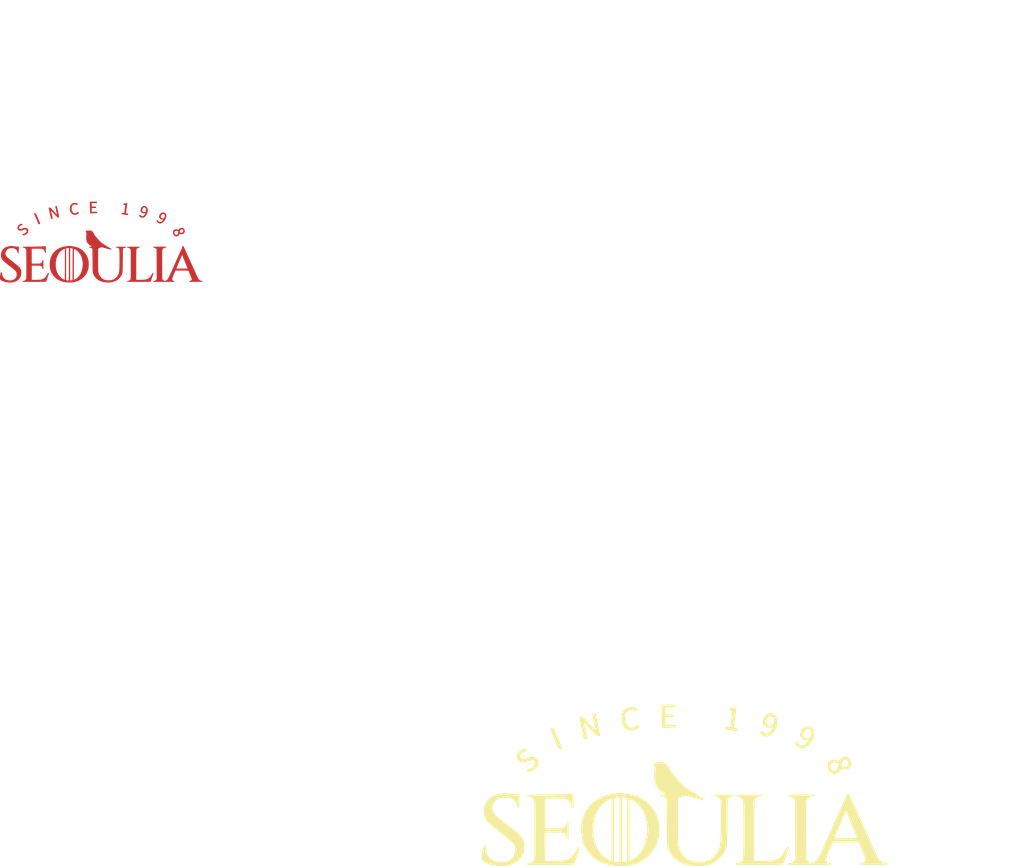
<source format=kicad_pcb>
(kicad_pcb (version 20211014) (generator pcbnew)
  (layers (0 "F.Cu" signal) (31 "B.Cu" signal) (34 "B.Paste" user) (35 "F.Paste" user) (36 "B.SilkS" user "B.Silkscreen") (37 "F.SilkS" user "F.Silkscreen") (38 "B.Mask" user) (39 "F.Mask" user) (44 "Edge.Cuts" user))
  (net 0 "")
  (footprint "1_KJC_Library:KJC_logo_30" (layer "F.Cu") (at 198.12 99.06)
    (fp_text reference "G***" hide)
    (fp_text value "LOGO" hide)
  )
  (footprint "1_KJC_Library:KJC_logo_15" (layer "F.Cu") (at 163.83 66.04)
    (fp_text reference "G***" hide)
    (fp_text value "LOGO" hide)
    (fp_poly (pts (xy 3.859574 -2.680565) (xy 3.88168 -2.669253) (xy 3.936792 -2.618066) (xy 3.968002 -2.553687) (xy 3.975162 -2.477344) (xy 3.958127 -2.390266) (xy 3.924662 -2.309022) (xy 3.866318 -2.211151) (xy 3.800821 -2.134405) (xy 3.730351 -2.080022) (xy 3.657089 -2.049244) (xy 3.583215 -2.043311) (xy 3.510912 -2.063462) (xy 3.501315 -2.068288) (xy 3.463001 -2.095757) (xy 3.42811 -2.132544) (xy 3.402724 -2.170806) (xy 3.39292 -2.202696) (xy 3.393361 -2.207601) (xy 3.406396 -2.22559) (xy 3.430836 -2.237707) (xy 3.456269 -2.241327) (xy 3.472286 -2.233823) (xy 3.473742 -2.227872) (xy 3.482964 -2.205546) (xy 3.505938 -2.175416) (xy 3.514358 -2.166546) (xy 3.563134 -2.133806) (xy 3.616254 -2.128254) (xy 3.673051 -2.149742) (xy 3.732858 -2.198125) (xy 3.752302 -2.219011) (xy 3.798773 -2.271827) (xy 3.71831 -2.279047) (xy 3.668849 -2.285643) (xy 3.635339 -2.298048) (xy 3.605943 -2.321715) (xy 3.590531 -2.337897) (xy 3.559264 -2.377918) (xy 3.545464 -2.415112) (xy 3.543216 -2.446) (xy 3.544038 -2.450734) (xy 3.642041 -2.450734) (xy 3.648945 -2.402413) (xy 3.679121 -2.364322) (xy 3.692764 -2.355418) (xy 3.73692 -2.3416) (xy 3.785482 -2.342196) (xy 3.827243 -2.356005) (xy 3.845671 -2.371819) (xy 3.871258 -2.424342) (xy 3.882064 -2.484802) (xy 3.875712 -2.539593) (xy 3.875221 -2.541036) (xy 3.84792 -2.587272) (xy 3.809449 -2.61016) (xy 3.764605 -2.609095) (xy 3.718185 -2.583475) (xy 3.697701 -2.563367) (xy 3.658322 -2.505611) (xy 3.642041 -2.450734) (xy 3.544038 -2.450734) (xy 3.556109 -2.520271) (xy 3.591428 -2.590606) (xy 3.644137 -2.648828) (xy 3.68495 -2.676102) (xy 3.73934 -2.692394) (xy 3.801886 -2.693731)) (layer "F.Cu") (width 0) (fill solid))
    (fp_poly (pts (xy -0.125055 -3.251423) (xy -0.430744 -3.251423) (xy -0.430744 -3.042998) (xy -0.180635 -3.042998) (xy -0.180635 -2.959628) (xy -0.430744 -2.959628) (xy -0.430744 -2.737309) (xy -0.11116 -2.737309) (xy -0.11116 -2.653939) (xy -0.246636 -2.653818) (xy -0.315053 -2.652853) (xy -0.381982 -2.650379) (xy -0.436517 -2.646852) (xy -0.452807 -2.645202) (xy -0.523503 -2.636707) (xy -0.532703 -2.890712) (xy -0.535742 -2.979953) (xy -0.538357 -3.066993) (xy -0.54037 -3.14503) (xy -0.541601 -3.207262) (xy -0.541904 -3.239755) (xy -0.541904 -3.334792) (xy -0.125055 -3.334792)) (layer "F.Cu") (width 0) (fill solid))
    (fp_poly (pts (xy 1.659341 -3.248502) (xy 1.662944 -3.246611) (xy 1.664126 -3.230394) (xy 1.661622 -3.190838) (xy 1.655856 -3.132089) (xy 1.647252 -3.058292) (xy 1.636236 -2.973594) (xy 1.631538 -2.939649) (xy 1.589814 -2.643006) (xy 1.650134 -2.636207) (xy 1.69369 -2.630083) (xy 1.715148 -2.621163) (xy 1.720119 -2.604528) (xy 1.715198 -2.579156) (xy 1.711271 -2.563881) (xy 1.705589 -2.553526) (xy 1.693909 -2.547931) (xy 1.671985 -2.546936) (xy 1.635573 -2.550382) (xy 1.580428 -2.558108) (xy 1.502307 -2.569955) (xy 1.496104 -2.570898) (xy 1.431994 -2.580961) (xy 1.378777 -2.58991) (xy 1.341979 -2.596776) (xy 1.327126 -2.600587) (xy 1.327117 -2.600596) (xy 1.326055 -2.616083) (xy 1.329803 -2.64345) (xy 1.335563 -2.66541) (xy 1.346881 -2.675655) (xy 1.371385 -2.676995) (xy 1.410099 -2.673018) (xy 1.483068 -2.664442) (xy 1.498431 -2.773824) (xy 1.513516 -2.881588) (xy 1.524956 -2.965086) (xy 1.533005 -3.027568) (xy 1.537919 -3.072284) (xy 1.539953 -3.102483) (xy 1.539361 -3.121415) (xy 1.536398 -3.132329) (xy 1.531319 -3.138475) (xy 1.527252 -3.141295) (xy 1.498925 -3.150812) (xy 1.469393 -3.153945) (xy 1.438902 -3.161635) (xy 1.432321 -3.183231) (xy 1.442351 -3.205804) (xy 1.460509 -3.216232) (xy 1.497216 -3.227434) (xy 1.543963 -3.237836) (xy 1.592239 -3.245864) (xy 1.633535 -3.249944)) (layer "F.Cu") (width 0) (fill solid))
    (fp_poly (pts (xy 4.984582 -0.703865) (xy 4.99368 -0.686007) (xy 5.012423 -0.646586) (xy 5.039072 -0.589391) (xy 5.071888 -0.518214) (xy 5.109133 -0.436841) (xy 5.149069 -0.349064) (xy 5.189956 -0.25867) (xy 5.230056 -0.16945) (xy 5.240592 -0.145897) (xy 5.26912 -0.082338) (xy 5.297586 -0.01939) (xy 5.321341 0.032681) (xy 5.328699 0.048632) (xy 5.37694 0.152887) (xy 5.416455 0.238927) (xy 5.45039 0.313663) (xy 5.481892 0.384007) (xy 5.501116 0.427393) (xy 5.531521 0.495723) (xy 5.564334 0.568641) (xy 5.593548 0.632815) (xy 5.599672 0.646116) (xy 5.627391 0.706674) (xy 5.660075 0.778871) (xy 5.691485 0.848911) (xy 5.697083 0.861488) (xy 5.747162 0.973265) (xy 5.788027 1.062283) (xy 5.82111 1.131453) (xy 5.847844 1.183685) (xy 5.869663 1.221888) (xy 5.887706 1.248585) (xy 5.93664 1.294548) (xy 6.0005 1.329236) (xy 6.067279 1.346585) (xy 6.08354 1.347506) (xy 6.115247 1.35086) (xy 6.1257 1.362747) (xy 6.125041 1.372128) (xy 6.121708 1.379549) (xy 6.112803 1.385371) (xy 6.095175 1.389839) (xy 6.065677 1.393196) (xy 6.021158 1.395688) (xy 5.95847 1.397557) (xy 5.874463 1.399048) (xy 5.765988 1.400405) (xy 5.75928 1.40048) (xy 5.659311 1.401264) (xy 5.566345 1.401364) (xy 5.484677 1.400825) (xy 5.418602 1.399692) (xy 5.372415 1.39801) (xy 5.352144 1.396209) (xy 5.319718 1.38522) (xy 5.313101 1.370958) (xy 5.331105 1.356734) (xy 5.370083 1.346249) (xy 5.418259 1.328376) (xy 5.455223 1.296136) (xy 5.473525 1.256585) (xy 5.474308 1.247551) (xy 5.469121 1.226538) (xy 5.453926 1.182252) (xy 5.429605 1.116986) (xy 5.397041 1.033034) (xy 5.357117 0.932689) (xy 5.310715 0.818245) (xy 5.284269 0.753802) (xy 5.275498 0.748401) (xy 5.252531 0.744152) (xy 5.212959 0.740948) (xy 5.154373 0.738685) (xy 5.074363 0.737254) (xy 4.97052 0.736551) (xy 4.890478 0.736433) (xy 4.503842 0.736433) (xy 4.494412 0.767697) (xy 4.481858 0.803498) (xy 4.466821 0.840645) (xy 4.454052 0.870165) (xy 4.43339 0.918162) (xy 4.407876 0.977563) (xy 4.384997 1.030921) (xy 4.347128 1.127978) (xy 4.326038 1.204617) (xy 4.321845 1.262665) (xy 4.334671 1.303947) (xy 4.364633 1.330291) (xy 4.405451 1.342595) (xy 4.44947 1.353788) (xy 4.470269 1.368598) (xy 4.465889 1.385247) (xy 4.458591 1.390837) (xy 4.441559 1.393078) (xy 4.400191 1.395091) (xy 4.33794 1.396868) (xy 4.25826 1.398399) (xy 4.164602 1.399674) (xy 4.06042 1.400685) (xy 3.949167 1.401423) (xy 3.834296 1.401878) (xy 3.719261 1.402041) (xy 3.607513 1.401903) (xy 3.502506 1.401455) (xy 3.407694 1.400688) (xy 3.326529 1.399591) (xy 3.262463 1.398157) (xy 3.218951 1.396376) (xy 3.199445 1.394239) (xy 3.199316 1.394189) (xy 3.183369 1.375848) (xy 3.181947 1.367496) (xy 3.192478 1.353666) (xy 3.226094 1.348054) (xy 3.239162 1.347812) (xy 3.277645 1.344268) (xy 3.309022 1.330048) (xy 3.344353 1.29977) (xy 3.350625 1.293563) (xy 3.404873 1.239315) (xy 3.397319 -0.530299) (xy 3.353042 -0.569855) (xy 3.292745 -0.606228) (xy 3.244661 -0.619025) (xy 3.204136 -0.627644) (xy 3.186371 -0.639242) (xy 3.184911 -0.651272) (xy 3.188652 -0.658026) (xy 3.198989 -0.663381) (xy 3.218932 -0.66754) (xy 3.251493 -0.670707) (xy 3.299683 -0.673088) (xy 3.366512 -0.674886) (xy 3.454991 -0.676305) (xy 3.568132 -0.677549) (xy 3.573095 -0.677597) (xy 3.687684 -0.678542) (xy 3.777508 -0.678824) (xy 3.845586 -0.678306) (xy 3.894939 -0.676849) (xy 3.928587 -0.674316) (xy 3.949549 -0.670569) (xy 3.960845 -0.66547) (xy 3.965209 -0.659702) (xy 3.967885 -0.645186) (xy 3.958802 -0.635246) (xy 3.932681 -0.627171) (xy 3.884631 -0.618313) (xy 3.82245 -0.594703) (xy 3.772029 -0.550048) (xy 3.739197 -0.490453) (xy 3.731303 -0.457697) (xy 3.729743 -0.43272) (xy 3.728412 -0.382633) (xy 3.727325 -0.310112) (xy 3.726495 -0.217836) (xy 3.725938 -0.108482) (xy 3.725668 0.015271) (xy 3.725699 0.150746) (xy 3.726046 0.295265) (xy 3.726583 0.420099) (xy 3.730798 1.236205) (xy 3.782901 1.2883) (xy 3.818722 1.320334) (xy 3.849258 1.335468) (xy 3.885911 1.339018) (xy 3.891415 1.338915) (xy 3.933965 1.332482) (xy 3.973895 1.313998) (xy 4.012951 1.281187) (xy 4.052878 1.231775) (xy 4.095422 1.163486) (xy 4.142328 1.074046) (xy 4.195342 0.961178) (xy 4.215066 0.917068) (xy 4.231776 0.879684) (xy 4.255043 0.828073) (xy 4.279882 0.773291) (xy 4.280319 0.772331) (xy 4.300295 0.728069) (xy 4.328732 0.66459) (xy 4.352473 0.611378) (xy 4.569571 0.611378) (xy 4.897039 0.611378) (xy 4.989105 0.61108) (xy 5.071163 0.610243) (xy 5.139381 0.608953) (xy 5.189929 0.607297) (xy 5.218973 0.60536) (xy 5.224507 0.604012) (xy 5.219609 0.58865) (xy 5.206899 0.55512) (xy 5.189361 0.510865) (xy 5.169973 0.463327) (xy 5.151718 0.419947) (xy 5.141193 0.396006) (xy 5.132461 0.375125) (xy 5.115266 0.332668) (xy 5.09132 0.272916) (xy 5.062338 0.200152) (xy 5.030035 0.118657) (xy 5.020234 0.093859) (xy 4.987768 0.012695) (xy 4.958328 -0.058946) (xy 4.93353 -0.117294) (xy 4.914988 -0.158578) (xy 4.904314 -0.179029) (xy 4.902746 -0.180567) (xy 4.893666 -0.168669) (xy 4.877394 -0.136904) (xy 4.85691 -0.091265) (xy 4.849225 -0.072949) (xy 4.822344 -0.008119) (xy 4.790442 0.068274) (xy 4.759374 0.142221) (xy 4.751955 0.159792) (xy 4.703286 0.275044) (xy 4.664444 0.367383) (xy 4.634341 0.43945) (xy 4.611889 0.493889) (xy 4.595998 0.533341) (xy 4.585582 0.56045) (xy 4.579552 0.577858) (xy 4.578863 0.580115) (xy 4.569571 0.611378) (xy 4.352473 0.611378) (xy 4.36286 0.588096) (xy 4.399911 0.504792) (xy 4.432236 0.431904) (xy 4.506717 0.263981) (xy 4.577233 0.105518) (xy 4.642918 -0.041566) (xy 4.702909 -0.175356) (xy 4.756341 -0.293934) (xy 4.802349 -0.395385) (xy 4.84007 -0.477792) (xy 4.868638 -0.539237) (xy 4.88719 -0.577806) (xy 4.891054 -0.585352) (xy 4.901767 -0.614241) (xy 4.911624 -0.653891) (xy 4.912227 -0.657022) (xy 4.926111 -0.69229) (xy 4.947957 -0.713262) (xy 4.971116 -0.715632)) (layer "F.Cu") (width 0) (fill solid))
    (fp_poly (pts (xy -0.517529 -1.630883) (xy -0.479687 -1.626139) (xy -0.45115 -1.617539) (xy -0.427311 -1.604555) (xy -0.407688 -1.589989) (xy -0.369311 -1.550996) (xy -0.333549 -1.501378) (xy -0.321095 -1.47883) (xy -0.299234 -1.434121) (xy -0.280053 -1.395484) (xy -0.272463 -1.380521) (xy -0.255598 -1.355473) (xy -0.223477 -1.31424) (xy -0.179707 -1.261045) (xy -0.127895 -1.200108) (xy -0.07165 -1.135653) (xy -0.014579 -1.071899) (xy 0.03971 -1.01307) (xy 0.058281 -0.99349) (xy 0.093729 -0.958261) (xy 0.131699 -0.924904) (xy 0.176152 -0.890605) (xy 0.231052 -0.85255) (xy 0.30036 -0.807924) (xy 0.388039 -0.753913) (xy 0.438347 -0.723506) (xy 0.535279 -0.664724) (xy 0.61028 -0.618032) (xy 0.66557 -0.581767) (xy 0.703367 -0.554267) (xy 0.725889 -0.533871) (xy 0.735355 -0.518914) (xy 0.733984 -0.507735) (xy 0.731088 -0.504137) (xy 0.714284 -0.503746) (xy 0.675004 -0.510259) (xy 0.617412 -0.522673) (xy 0.545672 -0.539985) (xy 0.463949 -0.561193) (xy 0.376408 -0.585294) (xy 0.292032 -0.609841) (xy 0.225526 -0.627926) (xy 0.174619 -0.638072) (xy 0.143825 -0.639446) (xy 0.139187 -0.638024) (xy 0.112007 -0.628497) (xy 0.072199 -0.619489) (xy 0.064448 -0.618165) (xy 0.01951 -0.603603) (xy -0.019075 -0.579478) (xy -0.022395 -0.576352) (xy -0.05558 -0.543167) (xy -0.05558 0.101028) (xy -0.055236 0.265283) (xy -0.054228 0.412288) (xy -0.052593 0.540279) (xy -0.050366 0.647487) (xy -0.047585 0.732147) (xy -0.044286 0.792492) (xy -0.040645 0.826015) (xy -0.00743 0.939468) (xy 0.046974 1.045304) (xy 0.118793 1.138452) (xy 0.204257 1.21384) (xy 0.280928 1.258419) (xy 0.323356 1.276379) (xy 0.362296 1.288453) (xy 0.405755 1.296094) (xy 0.461741 1.300754) (xy 0.529991 1.30362) (xy 0.615595 1.304991) (xy 0.681304 1.302239) (xy 0.734783 1.294796) (xy 0.772015 1.285637) (xy 0.886627 1.238215) (xy 0.987866 1.167745) (xy 1.072314 1.077121) (xy 1.130672 0.981677) (xy 1.148744 0.940418) (xy 1.163911 0.895304) (xy 1.176409 0.843656) (xy 1.186471 0.782797) (xy 1.19433 0.710046) (xy 1.200222 0.622725) (xy 1.204378 0.518156) (xy 1.207035 0.393659) (xy 1.208424 0.246557) (xy 1.208784 0.086993) (xy 1.208391 -0.05827) (xy 1.207288 -0.187528) (xy 1.205524 -0.298689) (xy 1.20315 -0.389661) (xy 1.200215 -0.458353) (xy 1.19677 -0.502673) (xy 1.194349 -0.517178) (xy 1.172151 -0.565581) (xy 1.134519 -0.597452) (xy 1.07673 -0.616215) (xy 1.052389 -0.620119) (xy 1.010708 -0.627951) (xy 0.991721 -0.638623) (xy 0.989549 -0.651467) (xy 0.993622 -0.658856) (xy 1.004866 -0.664443) (xy 1.026654 -0.668473) (xy 1.06236 -0.671189) (xy 1.11536 -0.672837) (xy 1.189025 -0.67366) (xy 1.286732 -0.673904) (xy 1.299179 -0.673906) (xy 1.399756 -0.673711) (xy 1.475918 -0.672964) (xy 1.531041 -0.67142) (xy 1.568497 -0.668834) (xy 1.59166 -0.664962) (xy 1.603906 -0.65956) (xy 1.608607 -0.652382) (xy 1.608809 -0.651467) (xy 1.604715 -0.636407) (xy 1.581985 -0.626258) (xy 1.546472 -0.619881) (xy 1.498438 -0.608693) (xy 1.456528 -0.591386) (xy 1.445076 -0.584072) (xy 1.410339 -0.557412) (xy 1.403193 0.134669) (xy 1.401533 0.291596) (xy 1.399989 0.423319) (xy 1.398437 0.532425) (xy 1.396749 0.621499) (xy 1.394803 0.693128) (xy 1.392472 0.749897) (xy 1.389632 0.794393) (xy 1.386158 0.829199) (xy 1.381923 0.856904) (xy 1.376804 0.880092) (xy 1.370675 0.901349) (xy 1.365314 0.917657) (xy 1.307446 1.047582) (xy 1.228036 1.160766) (xy 1.128464 1.256181) (xy 1.010111 1.332794) (xy 0.874359 1.389577) (xy 0.722588 1.425499) (xy 0.67609 1.431831) (xy 0.616892 1.438216) (xy 0.5694 1.441719) (xy 0.524941 1.442297) (xy 0.474845 1.439913) (xy 0.41044 1.434524) (xy 0.3671 1.430394) (xy 0.215105 1.403728) (xy 0.073112 1.355126) (xy -0.054872 1.28637) (xy -0.164841 1.199242) (xy -0.174773 1.189507) (xy -0.233795 1.125066) (xy -0.279613 1.060576) (xy -0.318083 0.986565) (xy -0.351314 0.903841) (xy -0.357777 0.884993) (xy -0.363216 0.864949) (xy -0.367748 0.841157) (xy -0.371486 0.811067) (xy -0.374547 0.772125) (xy -0.377045 0.721782) (xy -0.379096 0.657484) (xy -0.380814 0.576681) (xy -0.382314 0.47682) (xy -0.383712 0.35535) (xy -0.385123 0.20972) (xy -0.38575 0.140379) (xy -0.391884 -0.545992) (xy -0.423929 -0.578037) (xy -0.470011 -0.605924) (xy -0.527386 -0.619555) (xy -0.570684 -0.627382) (xy -0.591299 -0.637534) (xy -0.594543 -0.651467) (xy -0.584442 -0.665128) (xy -0.557043 -0.674244) (xy -0.507332 -0.680404) (xy -0.501768 -0.680854) (xy -0.413248 -0.687801) (xy -0.474102 -0.717628) (xy -0.574164 -0.781519) (xy -0.655415 -0.864733) (xy -0.71546 -0.964363) (xy -0.744422 -1.045402) (xy -0.757721 -1.120909) (xy -0.763293 -1.210642) (xy -0.760944 -1.302077) (xy -0.750475 -1.382688) (xy -0.74977 -1.386048) (xy -0.742442 -1.433307) (xy -0.746306 -1.470739) (xy -0.763079 -1.514641) (xy -0.76336 -1.515261) (xy -0.784874 -1.567406) (xy -0.791093 -1.600161) (xy -0.780771 -1.618112) (xy -0.752665 -1.625847) (xy -0.73296 -1.627257) (xy -0.639558 -1.630914) (xy -0.569283 -1.632298)) (layer "F.Cu") (width 0) (fill solid))
    (fp_poly (pts (xy -1.368502 -3.259414) (xy -1.308456 -3.238716) (xy -1.269542 -3.216688) (xy -1.253736 -3.198562) (xy -1.258432 -3.1777) (xy -1.275346 -3.154401) (xy -1.300145 -3.123776) (xy -1.351992 -3.154366) (xy -1.412196 -3.175415) (xy -1.473079 -3.170932) (xy -1.529912 -3.142644) (xy -1.577967 -3.092275) (xy -1.5938 -3.066087) (xy -1.609632 -3.015926) (xy -1.616306 -2.950188) (xy -1.613865 -2.87952) (xy -1.602357 -2.814567) (xy -1.592609 -2.786131) (xy -1.551849 -2.717476) (xy -1.500515 -2.671621) (xy -1.442235 -2.649541) (xy -1.380639 -2.652209) (xy -1.319353 -2.6806) (xy -1.289898 -2.704808) (xy -1.250734 -2.742329) (xy -1.215826 -2.709534) (xy -1.180917 -2.676738) (xy -1.212258 -2.642663) (xy -1.272941 -2.59612) (xy -1.349142 -2.567652) (xy -1.434053 -2.558788) (xy -1.520868 -2.571056) (xy -1.525509 -2.572359) (xy -1.579362 -2.599942) (xy -1.63172 -2.647677) (xy -1.676031 -2.708388) (xy -1.703182 -2.7669) (xy -1.726181 -2.867578) (xy -1.728158 -2.966122) (xy -1.710202 -3.057787) (xy -1.673401 -3.137831) (xy -1.618843 -3.201509) (xy -1.600128 -3.216045) (xy -1.529518 -3.25043) (xy -1.449121 -3.265134)) (layer "F.Cu") (width 0) (fill solid))
    (fp_poly (pts (xy -2.492076 -3.079562) (xy -2.487277 -3.064821) (xy -2.477997 -3.02756) (xy -2.465198 -2.972302) (xy -2.44984 -2.90357) (xy -2.432883 -2.825883) (xy -2.415289 -2.743766) (xy -2.398017 -2.661739) (xy -2.38203 -2.584324) (xy -2.368286 -2.516043) (xy -2.357748 -2.461418) (xy -2.351375 -2.424971) (xy -2.350093 -2.41125) (xy -2.367991 -2.405105) (xy -2.401267 -2.400485) (xy -2.405154 -2.400189) (xy -2.423036 -2.400219) (xy -2.440316 -2.404818) (xy -2.46024 -2.416716) (xy -2.486056 -2.438637) (xy -2.521012 -2.473309) (xy -2.568353 -2.523459) (xy -2.624585 -2.584464) (xy -2.681206 -2.646137) (xy -2.732726 -2.702189) (xy -2.775633 -2.748805) (xy -2.806418 -2.782172) (xy -2.820828 -2.79769) (xy -2.829391 -2.803775) (xy -2.832616 -2.796396) (xy -2.830092 -2.772499) (xy -2.82141 -2.729027) (xy -2.806162 -2.662923) (xy -2.798492 -2.63095) (xy -2.780796 -2.556171) (xy -2.76487 -2.486107) (xy -2.752228 -2.427625) (xy -2.74439 -2.387593) (xy -2.743388 -2.38147) (xy -2.739547 -2.344634) (xy -2.74499 -2.326056) (xy -2.762933 -2.316876) (xy -2.767288 -2.315658) (xy -2.799987 -2.30904) (xy -2.821132 -2.31377) (xy -2.835509 -2.334546) (xy -2.8479 -2.376063) (xy -2.853559 -2.400356) (xy -2.885978 -2.544384) (xy -2.912399 -2.663421) (xy -2.933235 -2.759514) (xy -2.948902 -2.834711) (xy -2.959811 -2.891061) (xy -2.966379 -2.930611) (xy -2.969017 -2.955411) (xy -2.968151 -2.967482) (xy -2.949128 -2.982079) (xy -2.913355 -2.987418) (xy -2.898227 -2.986285) (xy -2.882615 -2.981526) (xy -2.864383 -2.971104) (xy -2.841396 -2.952979) (xy -2.811519 -2.925115) (xy -2.772618 -2.885472) (xy -2.722557 -2.832013) (xy -2.659201 -2.762698) (xy -2.580415 -2.675491) (xy -2.542596 -2.633466) (xy -2.509994 -2.598896) (xy -2.487316 -2.578162) (xy -2.478025 -2.574278) (xy -2.47874 -2.577886) (xy -2.486579 -2.603536) (xy -2.498532 -2.649446) (xy -2.513255 -2.709713) (xy -2.529404 -2.778432) (xy -2.545633 -2.849697) (xy -2.560598 -2.917604) (xy -2.572955 -2.976249) (xy -2.581359 -3.019727) (xy -2.584464 -3.042133) (xy -2.584464 -3.042145) (xy -2.574416 -3.062901) (xy -2.541578 -3.074153) (xy -2.539305 -3.074511) (xy -2.508018 -3.0787) (xy -2.492364 -3.079681)) (layer "F.Cu") (width 0) (fill solid))
    (fp_poly (pts (xy 4.943119 -1.787548) (xy 4.967689 -1.772678) (xy 4.99369 -1.748148) (xy 5.039709 -1.686463) (xy 5.062278 -1.620141) (xy 5.061287 -1.554159) (xy 5.036627 -1.493494) (xy 5.000194 -1.452479) (xy 4.968355 -1.430772) (xy 4.932631 -1.420233) (xy 4.88141 -1.417496) (xy 4.879541 -1.4175) (xy 4.832478 -1.419757) (xy 4.795151 -1.425339) (xy 4.780667 -1.430394) (xy 4.764722 -1.432364) (xy 4.748734 -1.413802) (xy 4.736317 -1.388783) (xy 4.697572 -1.333436) (xy 4.642918 -1.296218) (xy 4.579152 -1.279238) (xy 4.51307 -1.284605) (xy 4.465655 -1.304821) (xy 4.420716 -1.34703) (xy 4.387404 -1.407141) (xy 4.3678 -1.476961) (xy 4.366433 -1.502498) (xy 4.447937 -1.502498) (xy 4.460995 -1.444336) (xy 4.466939 -1.431747) (xy 4.501177 -1.391879) (xy 4.547236 -1.374925) (xy 4.5988 -1.382747) (xy 4.612137 -1.388966) (xy 4.639768 -1.418224) (xy 4.661323 -1.47135) (xy 4.673643 -1.532008) (xy 4.673678 -1.532557) (xy 4.768822 -1.532557) (xy 4.778084 -1.514889) (xy 4.802934 -1.50304) (xy 4.862464 -1.494436) (xy 4.918026 -1.512802) (xy 4.943134 -1.531899) (xy 4.968918 -1.570719) (xy 4.973766 -1.613219) (xy 4.961186 -1.653248) (xy 4.934686 -1.684655) (xy 4.897774 -1.701288) (xy 4.853957 -1.696996) (xy 4.849885 -1.695411) (xy 4.81431 -1.670931) (xy 4.789412 -1.628898) (xy 4.772532 -1.565997) (xy 4.768822 -1.532557) (xy 4.673678 -1.532557) (xy 4.675958 -1.567968) (xy 4.666214 -1.588666) (xy 4.640749 -1.604957) (xy 4.581553 -1.62331) (xy 4.52854 -1.618121) (xy 4.485844 -1.59351) (xy 4.457598 -1.553595) (xy 4.447937 -1.502498) (xy 4.366433 -1.502498) (xy 4.363983 -1.548292) (xy 4.378034 -1.612939) (xy 4.384097 -1.626166) (xy 4.421053 -1.669514) (xy 4.474933 -1.697862) (xy 4.538215 -1.709427) (xy 4.603374 -1.702425) (xy 4.642479 -1.687432) (xy 4.667017 -1.676057) (xy 4.684883 -1.675684) (xy 4.704199 -1.689504) (xy 4.733083 -1.720706) (xy 4.736244 -1.724267) (xy 4.769475 -1.758684) (xy 4.798611 -1.77727) (xy 4.83594 -1.786132) (xy 4.86707 -1.789296) (xy 4.913304 -1.791876)) (layer "F.Cu") (width 0) (fill solid))
    (fp_poly (pts (xy -3.147173 -0.709432) (xy -3.144102 -0.673261) (xy -3.141794 -0.618752) (xy -3.140479 -0.550629) (xy -3.140263 -0.507167) (xy -3.140461 -0.425447) (xy -3.141388 -0.367468) (xy -3.14354 -0.329182) (xy -3.147417 -0.306538) (xy -3.153516 -0.29549) (xy -3.162334 -0.291989) (xy -3.166749 -0.291795) (xy -3.18362 -0.297266) (xy -3.194502 -0.317802) (xy -3.202553 -0.359584) (xy -3.202998 -0.362781) (xy -3.215052 -0.41563) (xy -3.238762 -0.457066) (xy -3.264658 -0.485665) (xy -3.30474 -0.518582) (xy -3.346059 -0.541588) (xy -3.362148 -0.54668) (xy -3.389808 -0.549475) (xy -3.440203 -0.551924) (xy -3.50828 -0.553886) (xy -3.588986 -0.555221) (xy -3.677267 -0.555789) (xy -3.690851 -0.555799) (xy -3.973961 -0.555799) (xy -3.973961 0.319584) (xy -3.722018 0.319584) (xy -3.630842 0.319318) (xy -3.562975 0.318243) (xy -3.513941 0.315947) (xy -3.479261 0.312017) (xy -3.454459 0.30604) (xy -3.435057 0.297603) (xy -3.425878 0.292269) (xy -3.378922 0.251547) (xy -3.352952 0.197727) (xy -3.345639 0.152844) (xy -3.339231 0.118812) (xy -3.324478 0.10538) (xy -3.31395 0.104212) (xy -3.304406 0.105326) (xy -3.297341 0.111087) (xy -3.292382 0.125119) (xy -3.289157 0.15105) (xy -3.287295 0.192505) (xy -3.286424 0.25311) (xy -3.286171 0.336493) (xy -3.28616 0.375164) (xy -3.286274 0.468216) (xy -3.286865 0.537104) (xy -3.288304 0.585455) (xy -3.290964 0.616894) (xy -3.295216 0.635049) (xy -3.301432 0.643545) (xy -3.309984 0.646007) (xy -3.31395 0.646116) (xy -3.335537 0.638112) (xy -3.345147 0.610044) (xy -3.345775 0.604431) (xy -3.361607 0.534399) (xy -3.393988 0.485579) (xy -3.416459 0.468697) (xy -3.435307 0.460234) (xy -3.461849 0.453965) (xy -3.500231 0.449544) (xy -3.554596 0.446623) (xy -3.629088 0.444855) (xy -3.711138 0.444) (xy -3.967013 0.442224) (xy -3.970691 0.860281) (xy -3.974368 1.278337) (xy -3.727529 1.278172) (xy -3.616596 1.277067) (xy -3.528136 1.273422) (xy -3.456891 1.26649) (xy -3.397603 1.255524) (xy -3.345013 1.239779) (xy -3.293862 1.218507) (xy -3.288109 1.215803) (xy -3.219505 1.17068) (xy -3.152276 1.102985) (xy -3.090984 1.017754) (xy -3.062012 0.966308) (xy -3.02739 0.904885) (xy -3.000286 0.870152) (xy -2.983944 0.861547) (xy -2.965625 0.869095) (xy -2.960835 0.893584) (xy -2.969627 0.937603) (xy -2.986534 0.98878) (xy -3.001839 1.032601) (xy -3.022557 1.094119) (xy -3.04575 1.164523) (xy -3.064571 1.222757) (xy -3.085675 1.285627) (xy -3.105323 1.338641) (xy -3.121319 1.376214) (xy -3.131457 1.392757) (xy -3.147897 1.394657) (xy -3.188845 1.396344) (xy -3.25102 1.397816) (xy -3.33114 1.39907) (xy -3.425925 1.400102) (xy -3.532093 1.400908) (xy -3.646362 1.401486) (xy -3.765453 1.401831) (xy -3.886083 1.401941) (xy -4.004971 1.401812) (xy -4.118836 1.40144) (xy -4.224397 1.400823) (xy -4.318373 1.399956) (xy -4.397482 1.398837) (xy -4.458443 1.397462) (xy -4.497975 1.395828) (xy -4.512391 1.394189) (xy -4.531212 1.378923) (xy -4.527048 1.362451) (xy -4.50383 1.350478) (xy -4.480437 1.347812) (xy -4.410625 1.334945) (xy -4.352942 1.297568) (xy -4.322676 1.259665) (xy -4.316691 1.249451) (xy -4.311587 1.238236) (xy -4.307295 1.223856) (xy -4.303744 1.204145) (xy -4.300863 1.176938) (xy -4.298584 1.140069) (xy -4.296834 1.091373) (xy -4.295545 1.028686) (xy -4.294646 0.949842) (xy -4.294067 0.852676) (xy -4.293738 0.735022) (xy -4.293587 0.594715) (xy -4.293547 0.429591) (xy -4.293545 0.361269) (xy -4.293572 0.186131) (xy -4.293699 0.036625) (xy -4.293989 -0.089407) (xy -4.29451 -0.194124) (xy -4.295328 -0.279684) (xy -4.296507 -0.348245) (xy -4.298114 -0.401966) (xy -4.300215 -0.443003) (xy -4.302876 -0.473516) (xy -4.306162 -0.495663) (xy -4.310139 -0.511602) (xy -4.314873 -0.523492) (xy -4.32043 -0.533489) (xy -4.32086 -0.534188) (xy -4.354508 -0.575454) (xy -4.399286 -0.602968) (xy -4.463178 -0.621539) (xy -4.467232 -0.622362) (xy -4.505889 -0.634833) (xy -4.522526 -0.65118) (xy -4.522812 -0.653686) (xy -4.519597 -0.658562) (xy -4.508454 -0.662719) (xy -4.487137 -0.666258) (xy -4.4534 -0.669277) (xy -4.404997 -0.671877) (xy -4.339683 -0.674157) (xy -4.25521 -0.676217) (xy -4.149334 -0.678156) (xy -4.019807 -0.680075) (xy -3.890591 -0.68175) (xy -3.714512 -0.684262) (xy -3.565613 -0.687103) (xy -3.443286 -0.690292) (xy -3.346925 -0.693854) (xy -3.27592 -0.697808) (xy -3.229664 -0.702177) (xy -3.209829 -0.706066) (xy -3.175206 -0.716925) (xy -3.152657 -0.722386) (xy -3.150776 -0.722539)) (layer "F.Cu") (width 0) (fill solid))
    (fp_poly (pts (xy -5.144527 -0.71612) (xy -5.06172 -0.707856) (xy -4.974398 -0.695407) (xy -4.912693 -0.687657) (xy -4.84899 -0.682455) (xy -4.811953 -0.681133) (xy -4.76993 -0.679089) (xy -4.740803 -0.67416) (xy -4.733245 -0.670208) (xy -4.731476 -0.653103) (xy -4.731239 -0.613699) (xy -4.732461 -0.557444) (xy -4.73507 -0.489783) (xy -4.735899 -0.472361) (xy -4.740229 -0.394927) (xy -4.744722 -0.341189) (xy -4.750042 -0.307058) (xy -4.756855 -0.288443) (xy -4.765824 -0.281256) (xy -4.767017 -0.280979) (xy -4.782465 -0.286865) (xy -4.797124 -0.313311) (xy -4.81146 -0.357935) (xy -4.83691 -0.429789) (xy -4.87087 -0.482098) (xy -4.920107 -0.523053) (xy -4.971267 -0.551313) (xy -5.018435 -0.572126) (xy -5.060706 -0.583803) (xy -5.109681 -0.588646) (xy -5.161981 -0.589141) (xy -5.262595 -0.580521) (xy -5.344583 -0.55553) (xy -5.413042 -0.512265) (xy -5.442649 -0.484392) (xy -5.49592 -0.411427) (xy -5.52442 -0.332497) (xy -5.527254 -0.251573) (xy -5.509724 -0.186324) (xy -5.49056 -0.146212) (xy -5.466516 -0.109292) (xy -5.433838 -0.071616) (xy -5.388768 -0.029234) (xy -5.327553 0.021802) (xy -5.264692 0.071314) (xy -5.202932 0.119436) (xy -5.142071 0.167201) (xy -5.086182 0.211372) (xy -5.039339 0.248716) (xy -5.005615 0.275998) (xy -4.989084 0.289983) (xy -4.988293 0.290786) (xy -4.97454 0.302551) (xy -4.944656 0.326192) (xy -4.904735 0.356899) (xy -4.898935 0.361304) (xy -4.800849 0.439572) (xy -4.725483 0.508845) (xy -4.670304 0.571723) (xy -4.632777 0.630808) (xy -4.629017 0.638442) (xy -4.611985 0.677371) (xy -4.601158 0.713183) (xy -4.595177 0.754146) (xy -4.592684 0.808522) (xy -4.592287 0.86198) (xy -4.593563 0.937301) (xy -4.598054 0.992453) (xy -4.606752 1.03497) (xy -4.619767 1.070405) (xy -4.683983 1.184553) (xy -4.766181 1.277569) (xy -4.866459 1.349524) (xy -4.984915 1.400488) (xy -5.117827 1.430012) (xy -5.173997 1.437388) (xy -5.2183 1.441494) (xy -5.259503 1.442334) (xy -5.306375 1.439914) (xy -5.367683 1.434238) (xy -5.406597 1.430169) (xy -5.500145 1.415475) (xy -5.59126 1.392502) (xy -5.67501 1.363281) (xy -5.746462 1.329838) (xy -5.800683 1.294202) (xy -5.83274 1.258402) (xy -5.834929 1.254046) (xy -5.844358 1.213935) (xy -5.847074 1.155739) (xy -5.843962 1.08655) (xy -5.835903 1.013462) (xy -5.82378 0.943566) (xy -5.808476 0.883956) (xy -5.790875 0.841722) (xy -5.782144 0.829977) (xy -5.759078 0.818199) (xy -5.740913 0.833213) (xy -5.728044 0.874389) (xy -5.721786 0.926304) (xy -5.702075 1.03554) (xy -5.660378 1.128038) (xy -5.597486 1.202981) (xy -5.51419 1.259554) (xy -5.411278 1.296941) (xy -5.351661 1.308334) (xy -5.236589 1.314269) (xy -5.132073 1.299289) (xy -5.040759 1.264903) (xy -4.965294 1.212621) (xy -4.908323 1.143951) (xy -4.872493 1.060402) (xy -4.86604 1.031422) (xy -4.860521 0.962667) (xy -4.865716 0.891528) (xy -4.880361 0.829877) (xy -4.889742 0.808312) (xy -4.910486 0.781788) (xy -4.950665 0.741482) (xy -5.007305 0.690048) (xy -5.077429 0.630137) (xy -5.158063 0.564401) (xy -5.204169 0.528009) (xy -5.247675 0.493715) (xy -5.297127 0.454223) (xy -5.34757 0.413556) (xy -5.394047 0.375739) (xy -5.431601 0.344798) (xy -5.455276 0.324757) (xy -5.460722 0.31968) (xy -5.474411 0.307803) (xy -5.504354 0.283917) (xy -5.544612 0.252743) (xy -5.553378 0.246049) (xy -5.648544 0.164244) (xy -5.71813 0.081951) (xy -5.764168 -0.00442) (xy -5.788695 -0.098456) (xy -5.794202 -0.178681) (xy -5.781525 -0.300053) (xy -5.744509 -0.409485) (xy -5.684673 -0.505213) (xy -5.603539 -0.585473) (xy -5.502625 -0.6485) (xy -5.383452 -0.692533) (xy -5.343188 -0.702019) (xy -5.277878 -0.713069) (xy -5.214119 -0.717813)) (layer "F.Cu") (width 0) (fill solid))
    (fp_poly (pts (xy 2.152502 -0.673704) (xy 2.244178 -0.673005) (xy 2.313595 -0.671673) (xy 2.363519 -0.669572) (xy 2.396714 -0.666563) (xy 2.415944 -0.662511) (xy 2.423974 -0.657278) (xy 2.424672 -0.654649) (xy 2.411704 -0.639657) (xy 2.37613 -0.623964) (xy 2.349255 -0.616091) (xy 2.30376 -0.602541) (xy 2.26786 -0.588459) (xy 2.254548 -0.58078) (xy 2.242871 -0.570734) (xy 2.232843 -0.560036) (xy 2.224336 -0.546616) (xy 2.217227 -0.528406) (xy 2.21139 -0.503338) (xy 2.206699 -0.469343) (xy 2.20303 -0.424351) (xy 2.200256 -0.366295) (xy 2.198252 -0.293106) (xy 2.196894 -0.202716) (xy 2.196055 -0.093054) (xy 2.195611 0.037946) (xy 2.195436 0.192354) (xy 2.195405 0.372239) (xy 2.195405 1.278337) (xy 2.44204 1.278172) (xy 2.553257 1.27705) (xy 2.641964 1.27336) (xy 2.713379 1.266369) (xy 2.772722 1.255344) (xy 2.82521 1.239552) (xy 2.876064 1.218258) (xy 2.879316 1.216724) (xy 2.940446 1.176645) (xy 3.00331 1.11596) (xy 3.062305 1.040866) (xy 3.109405 0.962323) (xy 3.143292 0.90258) (xy 3.17006 0.869172) (xy 3.185421 0.861547) (xy 3.199794 0.864226) (xy 3.206886 0.87493) (xy 3.206219 0.897528) (xy 3.197316 0.93589) (xy 3.179699 0.993887) (xy 3.162677 1.045979) (xy 3.138926 1.117974) (xy 3.114426 1.19275) (xy 3.092973 1.258702) (xy 3.084401 1.285284) (xy 3.067135 1.334176) (xy 3.050752 1.372296) (xy 3.038543 1.392075) (xy 3.03767 1.392757) (xy 3.021277 1.394656) (xy 2.980375 1.396344) (xy 2.918246 1.397816) (xy 2.838168 1.399069) (xy 2.743424 1.400101) (xy 2.637293 1.400908) (xy 2.523056 1.401485) (xy 2.403993 1.401831) (xy 2.283386 1.401941) (xy 2.164514 1.401812) (xy 2.050658 1.401441) (xy 1.945099 1.400824) (xy 1.851117 1.399958) (xy 1.771992 1.398839) (xy 1.711006 1.397465) (xy 1.671439 1.395831) (xy 1.656975 1.394189) (xy 1.638036 1.378969) (xy 1.64216 1.362623) (xy 1.665422 1.350649) (xy 1.690072 1.347812) (xy 1.737247 1.340097) (xy 1.783242 1.32137) (xy 1.785857 1.319803) (xy 1.803837 1.308705) (xy 1.819247 1.297901) (xy 1.832286 1.285284) (xy 1.843152 1.268745) (xy 1.852042 1.246179) (xy 1.859155 1.215477) (xy 1.864688 1.174534) (xy 1.86884 1.121241) (xy 1.871809 1.053492) (xy 1.873791 0.969179) (xy 1.874986 0.866196) (xy 1.875591 0.742435) (xy 1.875804 0.595789) (xy 1.875823 0.424151) (xy 1.87582 0.362089) (xy 1.875786 0.188455) (xy 1.87564 0.040409) (xy 1.875316 -0.084247) (xy 1.874748 -0.187715) (xy 1.873869 -0.272196) (xy 1.872614 -0.339889) (xy 1.870917 -0.392996) (xy 1.86871 -0.433718) (xy 1.865929 -0.464253) (xy 1.862507 -0.486804) (xy 1.858378 -0.503571) (xy 1.853476 -0.516754) (xy 1.849145 -0.525824) (xy 1.818514 -0.569384) (xy 1.77549 -0.598337) (xy 1.713488 -0.616687) (xy 1.694077 -0.620115) (xy 1.656738 -0.629446) (xy 1.642608 -0.643145) (xy 1.642613 -0.651471) (xy 1.6463 -0.658102) (xy 1.656503 -0.663298) (xy 1.676215 -0.66723) (xy 1.708429 -0.670069) (xy 1.756138 -0.671985) (xy 1.822336 -0.673149) (xy 1.910015 -0.673732) (xy 2.022169 -0.673905) (xy 2.035803 -0.673906)) (layer "F.Cu") (width 0) (fill solid))
    (fp_poly (pts (xy -4.54385 -2.024037) (xy -4.529281 -2.005462) (xy -4.526149 -1.992833) (xy -4.523561 -1.970343) (xy -4.530838 -1.956908) (xy -4.554076 -1.947439) (xy -4.591022 -1.93869) (xy -4.630996 -1.920858) (xy -4.671353 -1.88898) (xy -4.704486 -1.850802) (xy -4.722792 -1.814071) (xy -4.724289 -1.802942) (xy -4.711845 -1.762664) (xy -4.679775 -1.733579) (xy -4.638006 -1.722976) (xy -4.607201 -1.727804) (xy -4.560855 -1.740445) (xy -4.510254 -1.757714) (xy -4.44736 -1.777215) (xy -4.38516 -1.78963) (xy -4.349797 -1.792451) (xy -4.302696 -1.789193) (xy -4.268412 -1.775608) (xy -4.23319 -1.746767) (xy -4.191588 -1.693733) (xy -4.174962 -1.648903) (xy -4.175236 -1.579763) (xy -4.19895 -1.512306) (xy -4.241894 -1.450983) (xy -4.299856 -1.400245) (xy -4.368625 -1.364542) (xy -4.443991 -1.348326) (xy -4.459838 -1.347812) (xy -4.495685 -1.349472) (xy -4.511693 -1.358229) (xy -4.515779 -1.37975) (xy -4.515865 -1.387919) (xy -4.513395 -1.412761) (xy -4.501103 -1.426379) (xy -4.471661 -1.434444) (xy -4.451609 -1.437662) (xy -4.395528 -1.453748) (xy -4.345795 -1.487453) (xy -4.333991 -1.498294) (xy -4.290382 -1.548125) (xy -4.272064 -1.591769) (xy -4.278203 -1.632519) (xy -4.293768 -1.657576) (xy -4.321496 -1.683503) (xy -4.355105 -1.693521) (xy -4.400439 -1.687955) (xy -4.463344 -1.66713) (xy -4.463609 -1.667028) (xy -4.558134 -1.635441) (xy -4.634534 -1.621507) (xy -4.696297 -1.625415) (xy -4.746917 -1.647353) (xy -4.787409 -1.68453) (xy -4.809745 -1.715415) (xy -4.819353 -1.745528) (xy -4.819551 -1.787325) (xy -4.818506 -1.801228) (xy -4.803811 -1.871634) (xy -4.775713 -1.922028) (xy -4.73045 -1.96588) (xy -4.671856 -2.001875) (xy -4.610813 -2.024214) (xy -4.575625 -2.028665)) (layer "F.Cu") (width 0) (fill solid))
    (fp_poly (pts (xy -3.736529 -2.657595) (xy -3.728738 -2.642551) (xy -3.712185 -2.606305) (xy -3.688733 -2.55323) (xy -3.660244 -2.487703) (xy -3.628579 -2.414098) (xy -3.595599 -2.33679) (xy -3.563166 -2.260156) (xy -3.533142 -2.188569) (xy -3.507388 -2.126405) (xy -3.487765 -2.078039) (xy -3.476135 -2.047846) (xy -3.473742 -2.039965) (xy -3.485076 -2.031237) (xy -3.511551 -2.018672) (xy -3.541874 -2.007012) (xy -3.564751 -2.000998) (xy -3.566842 -2.000875) (xy -3.575352 -2.012254) (xy -3.589029 -2.04022) (xy -3.591536 -2.046034) (xy -3.602733 -2.072435) (xy -3.622816 -2.119732) (xy -3.649798 -2.183248) (xy -3.681692 -2.258306) (xy -3.716512 -2.340228) (xy -3.722829 -2.355089) (xy -3.756527 -2.434786) (xy -3.786175 -2.505718) (xy -3.810156 -2.563947) (xy -3.826851 -2.605536) (xy -3.834643 -2.626547) (xy -3.835011 -2.628156) (xy -3.823204 -2.639543) (xy -3.795676 -2.650964) (xy -3.764265 -2.658879) (xy -3.740807 -2.65975)) (layer "F.Cu") (width 0) (fill solid))
    (fp_poly (pts (xy 2.723292 -3.073401) (xy 2.778791 -3.043911) (xy 2.825948 -3.00275) (xy 2.84591 -2.975104) (xy 2.870925 -2.904423) (xy 2.877007 -2.821131) (xy 2.865916 -2.731167) (xy 2.839409 -2.640468) (xy 2.799246 -2.554975) (xy 2.747186 -2.480626) (xy 2.684988 -2.423361) (xy 2.681858 -2.421198) (xy 2.627734 -2.398316) (xy 2.561657 -2.390364) (xy 2.495663 -2.398248) (xy 2.473304 -2.405507) (xy 2.43986 -2.424371) (xy 2.404963 -2.452163) (xy 2.376541 -2.48155) (xy 2.362525 -2.505198) (xy 2.362144 -2.508293) (xy 2.373186 -2.525635) (xy 2.398119 -2.543441) (xy 2.425013 -2.555126) (xy 2.439754 -2.550311) (xy 2.447442 -2.538841) (xy 2.473566 -2.512013) (xy 2.514162 -2.488202) (xy 2.556205 -2.474444) (xy 2.568813 -2.473304) (xy 2.603454 -2.48463) (xy 2.643634 -2.514387) (xy 2.68227 -2.55625) (xy 2.710128 -2.599553) (xy 2.729426 -2.638904) (xy 2.734953 -2.658122) (xy 2.726022 -2.661593) (xy 2.701945 -2.653701) (xy 2.701666 -2.653595) (xy 2.637339 -2.64228) (xy 2.574262 -2.653771) (xy 2.518135 -2.684301) (xy 2.474656 -2.730106) (xy 2.449526 -2.787419) (xy 2.445591 -2.822778) (xy 2.446848 -2.831109) (xy 2.556674 -2.831109) (xy 2.565035 -2.775581) (xy 2.592469 -2.737749) (xy 2.642503 -2.713103) (xy 2.650911 -2.710616) (xy 2.664909 -2.71474) (xy 2.695008 -2.726369) (xy 2.706004 -2.7309) (xy 2.741516 -2.748666) (xy 2.765187 -2.765811) (xy 2.767872 -2.769111) (xy 2.776887 -2.8008) (xy 2.778453 -2.846943) (xy 2.7733 -2.895434) (xy 2.762157 -2.934168) (xy 2.757438 -2.942534) (xy 2.71857 -2.980617) (xy 2.676298 -2.994317) (xy 2.634841 -2.985974) (xy 2.598415 -2.957929) (xy 2.571239 -2.912522) (xy 2.55753 -2.852095) (xy 2.556674 -2.831109) (xy 2.446848 -2.831109) (xy 2.456915 -2.897812) (xy 2.487653 -2.966454) (xy 2.533501 -3.023681) (xy 2.590157 -3.064469) (xy 2.653316 -3.083794) (xy 2.669948 -3.084683)) (layer "F.Cu") (width 0) (fill solid))
    (fp_poly (pts (xy -1.693186 -0.719167) (xy -1.618704 -0.71005) (xy -1.534198 -0.696678) (xy -1.44807 -0.680546) (xy -1.368725 -0.663147) (xy -1.304565 -0.645975) (xy -1.288113 -0.640597) (xy -1.135073 -0.572849) (xy -0.997845 -0.482948) (xy -0.878015 -0.37261) (xy -0.777169 -0.243554) (xy -0.696892 -0.097497) (xy -0.639135 0.062527) (xy -0.622596 0.143022) (xy -0.611717 0.239709) (xy -0.606596 0.344448) (xy -0.607332 0.449098) (xy -0.614023 0.545518) (xy -0.626766 0.625567) (xy -0.632087 0.646218) (xy -0.694273 0.81598) (xy -0.776122 0.966312) (xy -0.877298 1.096867) (xy -0.99747 1.2073) (xy -1.136302 1.297266) (xy -1.293461 1.366417) (xy -1.342685 1.38261) (xy -1.502066 1.420391) (xy -1.670846 1.438421) (xy -1.853524 1.437059) (xy -1.94031 1.430327) (xy -2.10636 1.401565) (xy -2.273344 1.346985) (xy -2.36818 1.304604) (xy -1.945296 1.304604) (xy -1.879295 1.309808) (xy -1.836392 1.313418) (xy -1.804037 1.316541) (xy -1.795925 1.317517) (xy -1.793198 1.313846) (xy -1.709081 1.313846) (xy -1.636133 1.306512) (xy -1.563184 1.299179) (xy -1.563106 1.278902) (xy -1.486762 1.278902) (xy -1.427708 1.249084) (xy -1.381325 1.222926) (xy -1.328745 1.189394) (xy -1.302427 1.17103) (xy -1.221502 1.098074) (xy -1.146914 1.004203) (xy -1.082851 0.896207) (xy -1.033495 0.780877) (xy -1.00888 0.694704) (xy -0.984732 0.578812) (xy -0.968782 0.481844) (xy -0.961021 0.396174) (xy -0.961442 0.314177) (xy -0.970039 0.228225) (xy -0.986805 0.130691) (xy -1.008253 0.029477) (xy -1.042821 -0.081322) (xy -1.094922 -0.190041) (xy -1.160925 -0.292132) (xy -1.237196 -0.383046) (xy -1.320101 -0.458236) (xy -1.406009 -0.513152) (xy -1.459145 -0.535011) (xy -1.46464 -0.536298) (xy -1.469354 -0.5351) (xy -1.473345 -0.529456) (xy -1.476674 -0.517405) (xy -1.479401 -0.496984) (xy -1.481587 -0.466233) (xy -1.48329 -0.42319) (xy -1.484572 -0.365893) (xy -1.485491 -0.29238) (xy -1.486109 -0.200691) (xy -1.486485 -0.088863) (xy -1.486679 0.045065) (xy -1.486751 0.203054) (xy -1.486762 0.367562) (xy -1.486762 1.278902) (xy -1.563106 1.278902) (xy -1.556042 -0.567349) (xy -1.626298 -0.582417) (xy -1.667256 -0.590962) (xy -1.695564 -0.596422) (xy -1.702818 -0.597484) (xy -1.703867 -0.583963) (xy -1.704862 -0.544895) (xy -1.705787 -0.482523) (xy -1.706627 -0.399091) (xy -1.707368 -0.296842) (xy -1.707995 -0.178018) (xy -1.708493 -0.044863) (xy -1.708848 0.100381) (xy -1.709045 0.255469) (xy -1.709081 0.358181) (xy -1.709081 1.313846) (xy -1.793198 1.313846) (xy -1.792419 1.312797) (xy -1.789387 1.296474) (xy -1.7868 1.26693) (xy -1.784626 1.222544) (xy -1.782839 1.161698) (xy -1.781407 1.082771) (xy -1.780301 0.984145) (xy -1.779493 0.864199) (xy -1.778952 0.721315) (xy -1.77865 0.553872) (xy -1.778556 0.361269) (xy -1.778556 -0.597484) (xy -1.80982 -0.597406) (xy -1.844136 -0.593626) (xy -1.887214 -0.584465) (xy -1.89319 -0.582858) (xy -1.945296 -0.568388) (xy -1.945296 1.304604) (xy -2.36818 1.304604) (xy -2.375578 1.301298) (xy -2.440259 1.266663) (xy -2.497174 1.228568) (xy -2.554984 1.180607) (xy -2.613123 1.125492) (xy -2.718273 1.007759) (xy -2.799855 0.883645) (xy -2.858946 0.750161) (xy -2.896624 0.60432) (xy -2.913963 0.443133) (xy -2.913616 0.325955) (xy -2.557117 0.325955) (xy -2.55374 0.480974) (xy -2.533051 0.632676) (xy -2.494604 0.77657) (xy -2.451096 0.882366) (xy -2.388241 0.988021) (xy -2.308582 1.085734) (xy -2.2184 1.168757) (xy -2.130114 1.227129) (xy -2.083827 1.25119) (xy -2.047098 1.26912) (xy -2.02669 1.277646) (xy -2.025192 1.277934) (xy -2.02341 1.264491) (xy -2.021724 1.225546) (xy -2.02016 1.163388) (xy -2.018745 1.080305) (xy -2.017504 0.978585) (xy -2.016463 0.860516) (xy -2.015648 0.728387) (xy -2.015085 0.584486) (xy -2.014801 0.431101) (xy -2.01477 0.361082) (xy -2.01477 -0.556172) (xy -2.066877 -0.534693) (xy -2.142671 -0.495192) (xy -2.223025 -0.439456) (xy -2.297866 -0.374872) (xy -2.329877 -0.341786) (xy -2.406393 -0.237516) (xy -2.46782 -0.114118) (xy -2.513713 0.023919) (xy -2.543627 0.172106) (xy -2.557117 0.325955) (xy -2.913616 0.325955) (xy -2.913515 0.291794) (xy -2.892886 0.117215) (xy -2.848013 -0.044401) (xy -2.779849 -0.191805) (xy -2.689347 -0.323745) (xy -2.577461 -0.43897) (xy -2.445142 -0.536231) (xy -2.293344 -0.614276) (xy -2.195405 -0.650683) (xy -2.130027 -0.668392) (xy -2.047146 -0.685825) (xy -1.956306 -0.701445) (xy -1.867056 -0.713713) (xy -1.788941 -0.721092) (xy -1.74924 -0.722539)) (layer "F.Cu") (width 0) (fill solid))
  )
)
</source>
